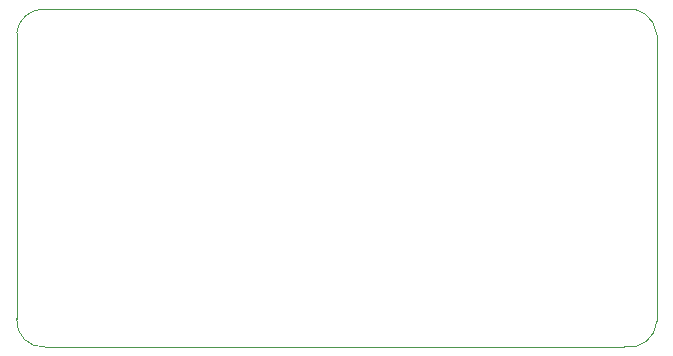
<source format=gbr>
%TF.GenerationSoftware,KiCad,Pcbnew,6.0.9-8da3e8f707~116~ubuntu22.04.1*%
%TF.CreationDate,2022-11-24T00:32:46-04:00*%
%TF.ProjectId,rix,7269782e-6b69-4636-9164-5f7063625858,rev?*%
%TF.SameCoordinates,Original*%
%TF.FileFunction,Profile,NP*%
%FSLAX46Y46*%
G04 Gerber Fmt 4.6, Leading zero omitted, Abs format (unit mm)*
G04 Created by KiCad (PCBNEW 6.0.9-8da3e8f707~116~ubuntu22.04.1) date 2022-11-24 00:32:46*
%MOMM*%
%LPD*%
G01*
G04 APERTURE LIST*
%TA.AperFunction,Profile*%
%ADD10C,0.100000*%
%TD*%
G04 APERTURE END LIST*
D10*
X81600000Y-90900000D02*
X81600000Y-66700000D01*
X133000007Y-93299967D02*
G75*
G03*
X135800000Y-91100000I455593J2301967D01*
G01*
X83950000Y-64700000D02*
X132850000Y-64700000D01*
X81600000Y-90900000D02*
G75*
G03*
X84000000Y-93300000I2222500J-177500D01*
G01*
X135799990Y-66900001D02*
G75*
G03*
X132850000Y-64700000I-2409290J-152799D01*
G01*
X133000000Y-93300000D02*
X84000000Y-93300000D01*
X135800000Y-91100000D02*
X135800000Y-66900000D01*
X83950002Y-64699945D02*
G75*
G03*
X81600000Y-66700000I-93502J-2270755D01*
G01*
M02*

</source>
